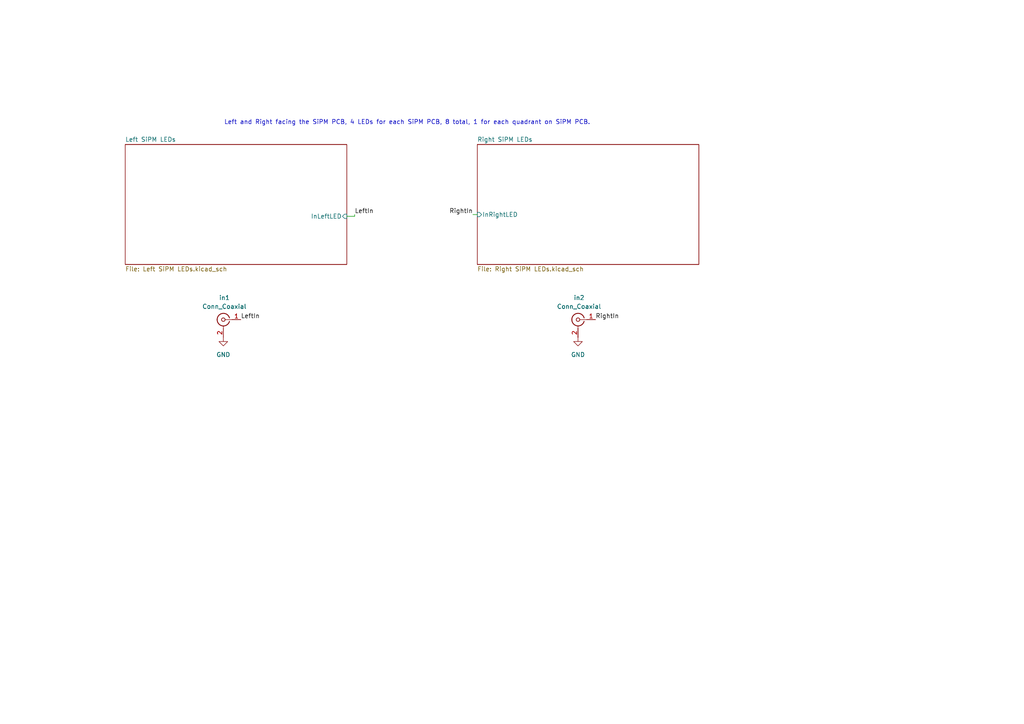
<source format=kicad_sch>
(kicad_sch (version 20250114) (generator "eeschema") (generator_version "9.0")
  (paper "A4")
  (lib_symbols
    (symbol "Connector:Conn_Coaxial" (pin_names (offset 1.016) (hide yes))
      (property "Reference" "J" (at 0.254 3.048 0))
      (property "Value" "Conn_Coaxial" (at 2.921 0 90))
      (symbol "Conn_Coaxial_0_1"
        (polyline (pts (xy -2.54 0) (xy -0.508 0)))
        (arc (start 1.778 0) (mid 0.222 -1.8079) (end -1.778 -0.508) (stroke (width 0.254)))
        (arc (start -1.778 0.508) (mid 0.2221 1.8084) (end 1.778 0) (stroke (width 0.254)))
        (circle (center 0 0) (radius 0.508) (stroke (width 0.2032)))
        (polyline (pts (xy 0 -2.54) (xy 0 -1.778)))
      )
      (symbol "Conn_Coaxial_1_1"
        (pin passive line (at -5.08 0 0) (length 2.54) (name "In") (number "1"))
        (pin passive line (at 0 -5.08 90) (length 2.54) (name "Ext") (number "2"))
      )
    )
    (symbol "power:GND" (power) (pin_numbers (hide yes)) (pin_names (offset 0) (hide yes))
      (property "Value" "GND" (at 0 -3.81 0))
      (symbol "GND_0_1"
        (polyline (pts (xy 0 0) (xy 0 -1.27) (xy 1.27 -1.27) (xy 0 -2.54) (xy -1.27 -1.27) (xy 0 -1.27)))
      )
      (symbol "GND_1_1"
        (pin power_in line (at 0 0 270) (length 0) (name "~") (number "1"))
      )
    )
  )
  (text "Left and Right facing the SiPM PCB, 4 LEDs for each SiPM PCB, 8 total, 1 for each quadrant on SiPM PCB." (at 118.11 35.56 0) (effects (font (size 1.27 1.27))))
  (wire (pts (xy 102.87 62.23) (xy 102.87 62.738)))
  (wire (pts (xy 102.87 62.738) (xy 100.584 62.738)))
  (wire (pts (xy 138.43 62.23) (xy 137.16 62.23)))
  (label "RightIn" (at 172.72 92.71 0))
  (label "RightIn" (at 137.16 62.23 180))
  (label "LeftIn" (at 102.87 62.23 0))
  (label "LeftIn" (at 69.85 92.71 0))
  (symbol (lib_id "power:GND") (at 64.77 97.79 0) (mirror y) (unit 1)
    (property "Reference" "#PWR06" (effects (hide yes)))
    (property "Value" "GND" (at 64.77 102.87 0))
  )
  (symbol (lib_id "power:GND") (at 167.64 97.79 0) (mirror y) (unit 1)
    (property "Reference" "#PWR01" (effects (hide yes)))
    (property "Value" "GND" (at 167.64 102.87 0))
  )
  (symbol (lib_id "Connector:Conn_Coaxial") (at 167.64 92.71 0) (mirror y) (unit 1)
    (property "Reference" "in2" (at 167.9574 86.36 0))
    (property "Value" "Conn_Coaxial" (at 167.9574 88.9 0))
    (property "Footprint" "kicad-mza:MMCX_Molex_73415-1471_Vertical" (effects (hide yes)))
    (property "Datasheet" " ~" (effects (hide yes)))
  )
  (symbol (lib_id "Connector:Conn_Coaxial") (at 64.77 92.71 0) (mirror y) (unit 1)
    (property "Reference" "in1" (at 65.0874 86.36 0))
    (property "Value" "Conn_Coaxial" (at 65.0874 88.9 0))
    (property "Footprint" "kicad-mza:MMCX_Molex_73415-1471_Vertical" (effects (hide yes)))
    (property "Datasheet" " ~" (effects (hide yes)))
  )
  (sheet (at 138.43 41.91) (size 64.262 34.798) (stroke (width 0.1524))
    (property "Sheetname" "Right SiPM LEDs" (at 138.43 41.1984 0) (effects (justify left bottom)))
    (property "Sheetfile" "Right SiPM LEDs.kicad_sch" (at 138.43 77.2926 0) (effects (justify left top)))
    (pin "InRightLED" input (at 138.43 62.23 180))
  )
  (sheet (at 36.322 41.91) (size 64.262 34.798) (stroke (width 0.1524))
    (property "Sheetname" "Left SiPM LEDs" (at 36.322 41.1984 0) (effects (justify left bottom)))
    (property "Sheetfile" "Left SiPM LEDs.kicad_sch" (at 36.322 77.2926 0) (effects (justify left top)))
    (pin "InLeftLED" input (at 100.584 62.738 0))
  )
)
</source>
